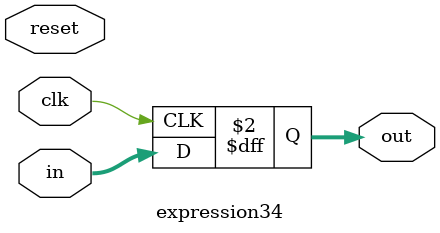
<source format=v>
module expression34
  #(parameter integer WIDTH = 8)
  (input wire             reset,
   input wire             clk,
   input wire [WIDTH-1:0] in,
   output reg [WIDTH-1:0] out);

   always @(posedge clk) out <= (in);

endmodule

</source>
